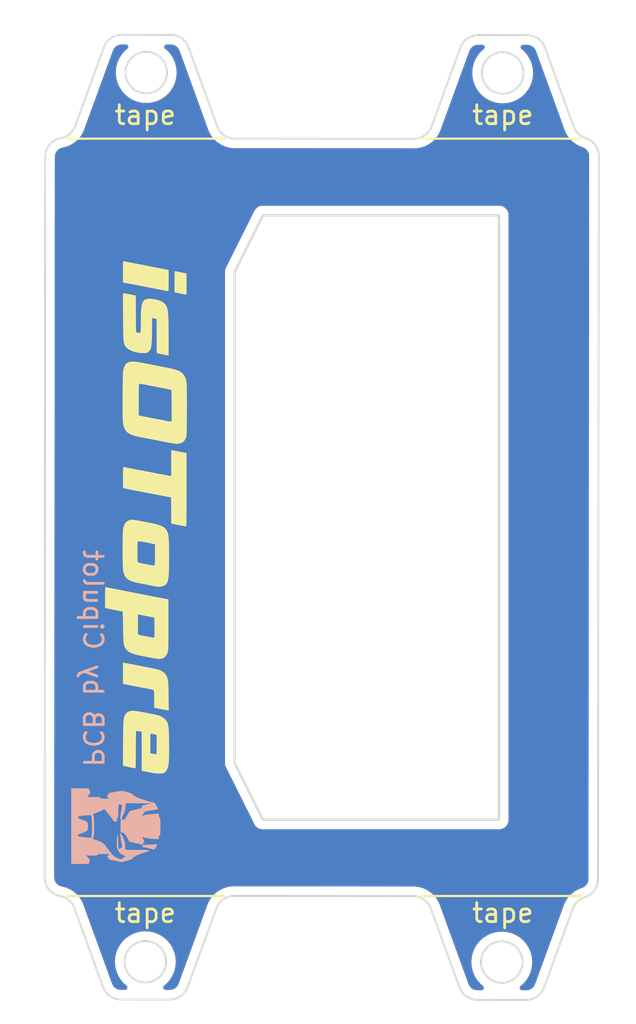
<source format=kicad_pcb>
(kicad_pcb (version 20211014) (generator pcbnew)
  (title_block (title "is0Topre") (date "2022-06-03") (rev "1") (company "Cipulot") (comment 2 "PCB by Cipulot"))
  (layers (0 "F.Cu" signal) (31 "B.Cu" signal) (34 "B.Paste" user) (35 "F.Paste" user) (36 "B.SilkS" user "B.Silkscreen") (37 "F.SilkS" user "F.Silkscreen") (38 "B.Mask" user) (39 "F.Mask" user) (44 "Edge.Cuts" user))
  (net 0 "")
  (footprint "cipulot_parts:plate_cut_wide_ecs_pad" (layer "F.Cu") (at 102.292291 59.689669 -90)
    (fp_text reference "REF**")
    (fp_text value "Value " hide)
    (fp_line (start 16 5.5) (end 13 7) (layer "Edge.Cuts") (width 0.12))
    (fp_line (start -16 5.5) (end -13 7) (layer "Edge.Cuts") (width 0.12))
    (fp_line (start 16 -7) (end 16 0) (layer "Edge.Cuts") (width 0.12))
    (fp_line (start -16 0) (end -16 -7) (layer "Edge.Cuts") (width 0.12))
    (fp_line (start -16 -7) (end 16 -7) (layer "Edge.Cuts") (width 0.12))
    (fp_line (start 16 0) (end 16 5.5) (layer "Edge.Cuts") (width 0.12))
    (fp_line (start -16 0) (end -16 5.5) (layer "Edge.Cuts") (width 0.12))
    (fp_line (start 13 7) (end -13 7) (layer "Edge.Cuts") (width 0.12))
  )
  (footprint "LOGO" (layer "F.Cu") (at 90.61364 59.689669 -90)
    (fp_text reference "G***" hide)
    (fp_text value "LOGO" hide)
    (fp_poly (pts (xy 2.357187 -1.210878) (xy 2.586178 -1.208756) (xy 2.77921 -1.204873) (xy 2.940325 -1.198931) (xy 3.073565 -1.190633) (xy 3.182973 -1.179679) (xy 3.272589 -1.165773) (xy 3.346457 -1.148617) (xy 3.408619 -1.127912) (xy 3.44682 -1.11139) (xy 3.546953 -1.040596) (xy 3.618796 -0.939009) (xy 3.660744 -0.810891) (xy 3.671193 -0.660506) (xy 3.659317 -0.546693) (xy 3.633601 -0.401423) (xy 3.603054 -0.239831) (xy 3.571719 -0.082821) (xy 3.54713 0.033045) (xy 3.532592 0.103416) (xy 3.515097 0.194417) (xy 3.50236 0.264354) (xy 3.457294 0.493296) (xy 3.408484 0.682345) (xy 3.352836 0.835663) (xy 3.287259 0.957411) (xy 3.208661 1.051752) (xy 3.113948 1.122847) (xy 3.000028 1.174856) (xy 2.863809 1.211943) (xy 2.787798 1.225959) (xy 2.717753 1.233424) (xy 2.610548 1.239734) (xy 2.472212 1.244895) (xy 2.308772 1.248913) (xy 2.126257 1.251794) (xy 1.930695 1.253543) (xy 1.728116 1.254166) (xy 1.524546 1.253671) (xy 1.326015 1.252061) (xy 1.13855 1.249344) (xy 0.968181 1.245525) (xy 0.820935 1.24061) (xy 0.702841 1.234605) (xy 0.619927 1.227516) (xy 0.594796 1.223806) (xy 0.433826 1.182506) (xy 0.310559 1.124484) (xy 0.220681 1.046274) (xy 0.159877 0.944408) (xy 0.130892 0.850999) (xy 0.124001 0.821389) (xy 0.118589 0.795951) (xy 0.115272 0.770245) (xy 0.114668 0.739833) (xy 0.117395 0.700276) (xy 0.12407 0.647137) (xy 0.135311 0.575977) (xy 0.151735 0.482358) (xy 0.164139 0.415094) (xy 1.261052 0.415094) (xy 1.263065 0.428057) (xy 1.271928 0.43895) (xy 1.292497 0.447326) (xy 1.329853 0.453504) (xy 1.389079 0.457801) (xy 1.475256 0.460535) (xy 1.593465 0.462024) (xy 1.748788 0.462584) (xy 1.815967 0.46262) (xy 1.984962 0.462388) (xy 2.115176 0.461449) (xy 2.211885 0.459442) (xy 2.280366 0.456002) (xy 2.325896 0.450765) (xy 2.35375 0.44337) (xy 2.369205 0.433451) (xy 2.375871 0.424068) (xy 2.388843 0.385882) (xy 2.406304 0.316549) (xy 2.425281 0.228347) (xy 2.433245 0.187251) (xy 2.454253 0.078452) (xy 2.476753 -0.032623) (xy 2.496601 -0.125626) (xy 2.500553 -0.143191) (xy 2.52737 -0.285208) (xy 2.536984 -0.39868) (xy 2.535726 -0.435082) (xy 2.524988 -0.444005) (xy 2.491791 -0.450924) (xy 2.432119 -0.456039) (xy 2.341954 -0.459548) (xy 2.217279 -0.461653) (xy 2.054079 -0.462552) (xy 1.982109 -0.462619) (xy 1.430826 -0.462619) (xy 1.412229 -0.413053) (xy 1.402403 -0.381521) (xy 1.389892 -0.330742) (xy 1.373732 -0.256044) (xy 1.352959 -0.152752) (xy 1.326609 -0.016195) (xy 1.293718 0.158302) (xy 1.287562 0.19124) (xy 1.272313 0.283755) (xy 1.263073 0.362271) (xy 1.261052 0.415094) (xy 0.164139 0.415094) (xy 0.17396 0.361841) (xy 0.202603 0.209987) (xy 0.238283 0.02236) (xy 0.267687 -0.132177) (xy 0.313641 -0.359724) (xy 0.358363 -0.547884) (xy 0.404026 -0.701197) (xy 0.4528 -0.824204) (xy 0.506858 -0.921445) (xy 0.56837 -0.997459) (xy 0.639509 -1.056788) (xy 0.722446 -1.103971) (xy 0.735347 -1.109968) (xy 0.792681 -1.133491) (xy 0.855044 -1.15319) (xy 0.926702 -1.169384) (xy 1.011921 -1.182394) (xy 1.114967 -1.192541) (xy 1.240105 -1.200145) (xy 1.391602 -1.205526) (xy 1.573723 -1.209003) (xy 1.790733 -1.210899) (xy 2.0469 -1.211532) (xy 2.088194 -1.211538)) (layer "F.SilkS") (width 0) (fill solid))
    (fp_poly (pts (xy 10.216572 -1.143092) (xy 10.208605 -1.103618) (xy 10.194245 -1.02982) (xy 10.175218 -0.930676) (xy 10.153253 -0.815168) (xy 10.141819 -0.754661) (xy 10.078491 -0.418862) (xy 9.624077 -0.418711) (xy 9.46436 -0.418587) (xy 9.34304 -0.417121) (xy 9.254455 -0.41249) (xy 9.192945 -0.402872) (xy 9.15285 -0.386446) (xy 9.128509 -0.361389) (xy 9.114261 -0.325878) (xy 9.104447 -0.278092) (xy 9.09958 -0.24987) (xy 9.087148 -0.181961) (xy 9.068846 -0.086051) (xy 9.047593 0.022689) (xy 9.034571 0.088118) (xy 9.012468 0.199543) (xy 8.991071 0.309505) (xy 8.973513 0.401806) (xy 8.966374 0.44059) (xy 8.95208 0.516773) (xy 8.932112 0.619059) (xy 8.909814 0.730424) (xy 8.899278 0.782047) (xy 8.878723 0.882997) (xy 8.860446 0.974516) (xy 8.84703 1.043575) (xy 8.842455 1.06843) (xy 8.830433 1.134735) (xy 8.820939 1.184085) (xy 8.810956 1.233652) (xy 7.682527 1.233652) (xy 7.695414 1.162056) (xy 7.725367 0.996201) (xy 7.749941 0.861729) (xy 7.771405 0.746634) (xy 7.792027 0.638908) (xy 7.814074 0.526546) (xy 7.839815 0.397539) (xy 7.840017 0.396531) (xy 7.862483 0.283329) (xy 7.884601 0.169866) (xy 7.903071 0.073154) (xy 7.91052 0.033045) (xy 7.933849 -0.089879) (xy 7.960177 -0.220523) (xy 7.987581 -0.350167) (xy 8.014136 -0.470093) (xy 8.03792 -0.571582) (xy 8.057008 -0.645916) (xy 8.068097 -0.681216) (xy 8.111438 -0.783336) (xy 8.14922 -0.856677) (xy 8.189479 -0.914369) (xy 8.240249 -0.969542) (xy 8.251006 -0.980104) (xy 8.32833 -1.043608) (xy 8.418357 -1.091288) (xy 8.50721 -1.123367) (xy 8.552132 -1.136977) (xy 8.595685 -1.148042) (xy 8.643099 -1.156904) (xy 8.699604 -1.163908) (xy 8.770429 -1.169396) (xy 8.860805 -1.173711) (xy 8.975962 -1.177197) (xy 9.121131 -1.180196) (xy 9.30154 -1.183052) (xy 9.448301 -1.185104) (xy 10.227998 -1.195725)) (layer "F.SilkS") (width 0) (fill solid))
    (fp_poly (pts (xy 12.374983 -1.211665) (xy 12.559708 -1.20943) (xy 12.727599 -1.205763) (xy 12.871893 -1.200643) (xy 12.985827 -1.194047) (xy 13.05708 -1.186795) (xy 13.230409 -1.149507) (xy 13.368489 -1.09339) (xy 13.469014 -1.019527) (xy 13.504077 -0.976868) (xy 13.529526 -0.935168) (xy 13.54555 -0.893845) (xy 13.554158 -0.841438) (xy 13.557361 -0.766488) (xy 13.55731 -0.673414) (xy 13.554587 -0.579201) (xy 13.547211 -0.483646) (xy 13.533982 -0.378931) (xy 13.513699 -0.257239) (xy 13.485161 -0.110753) (xy 13.447166 0.068343) (xy 13.43439 0.12667) (xy 13.408922 0.242325) (xy 11.351207 0.242325) (xy 11.322717 0.376576) (xy 11.308233 0.452793) (xy 11.305493 0.497495) (xy 11.314675 0.521683) (xy 11.325214 0.530445) (xy 11.353145 0.534564) (xy 11.420482 0.538404) (xy 11.522574 0.541873) (xy 11.654768 0.544876) (xy 11.812413 0.547321) (xy 11.990856 0.549114) (xy 12.185446 0.550162) (xy 12.319992 0.5504) (xy 12.521276 0.550759) (xy 12.708312 0.55165) (xy 12.876638 0.55301) (xy 13.021797 0.554778) (xy 13.139329 0.556892) (xy 13.224775 0.559289) (xy 13.273677 0.561908) (xy 13.283782 0.563799) (xy 13.279618 0.591047) (xy 13.268454 0.651444) (xy 13.25228 0.735005) (xy 13.233087 0.831748) (xy 13.212864 0.931689) (xy 13.193602 1.024845) (xy 13.177293 1.101231) (xy 13.171096 1.129012) (xy 13.14721 1.233652) (xy 12.097499 1.230263) (xy 11.878041 1.22922) (xy 11.665121 1.227574) (xy 11.464224 1.225412) (xy 11.280836 1.222821) (xy 11.12044 1.219886) (xy 10.988522 1.216694) (xy 10.890567 1.213332) (xy 10.838508 1.210436) (xy 10.690897 1.195353) (xy 10.578878 1.17522) (xy 10.494093 1.148083) (xy 10.433767 1.115792) (xy 10.354565 1.053439) (xy 10.29603 0.982691) (xy 10.257214 0.898175) (xy 10.237167 0.794515) (xy 10.234941 0.666337) (xy 10.249587 0.508266) (xy 10.280155 0.314926) (xy 10.286365 0.280876) (xy 10.304228 0.18416) (xy 10.323026 0.082135) (xy 10.331038 0.038552) (xy 10.349636 -0.058709) (xy 10.372886 -0.174358) (xy 10.382427 -0.220295) (xy 11.449197 -0.220295) (xy 12.480672 -0.220295) (xy 12.507726 -0.362907) (xy 12.521633 -0.439457) (xy 12.531396 -0.499379) (xy 12.534779 -0.528128) (xy 12.512922 -0.536333) (xy 12.447972 -0.542736) (xy 12.34086 -0.547296) (xy 12.192515 -0.549973) (xy 12.027556 -0.550737) (xy 11.520332 -0.550737) (xy 11.497224 -0.490156) (xy 11.480294 -0.430335) (xy 11.465464 -0.35274) (xy 11.461657 -0.324935) (xy 11.449197 -0.220295) (xy 10.382427 -0.220295) (xy 10.398632 -0.298313) (xy 10.424716 -0.420486) (xy 10.448983 -0.530794) (xy 10.469276 -0.61915) (xy 10.483438 -0.67547) (xy 10.484525 -0.679263) (xy 10.531751 -0.791883) (xy 10.603438 -0.9047) (xy 10.69026 -1.006485) (xy 10.782887 -1.086014) (xy 10.856182 -1.12657) (xy 10.9054 -1.140881) (xy 10.983569 -1.158434) (xy 11.076058 -1.176026) (xy 11.102862 -1.180577) (xy 11.178752 -1.189023) (xy 11.29192 -1.196209) (xy 11.435602 -1.202114) (xy 11.603033 -1.206716) (xy 11.787451 -1.209994) (xy 11.982091 -1.211925) (xy 12.18019 -1.21249)) (layer "F.SilkS") (width 0) (fill solid))
    (fp_poly (pts (xy -1.125079 -2.136825) (xy -0.828487 -2.136686) (xy -0.570605 -2.136388) (xy -0.34876 -2.135879) (xy -0.160278 -2.135106) (xy -0.002484 -2.134016) (xy 0.127295 -2.132555) (xy 0.231733 -2.13067) (xy 0.313506 -2.128308) (xy 0.375286 -2.125417) (xy 0.419748 -2.121943) (xy 0.449565 -2.117832) (xy 0.467413 -2.113032) (xy 0.475964 -2.10749) (xy 0.477894 -2.101152) (xy 0.477391 -2.098308) (xy 0.468291 -2.057251) (xy 0.454734 -1.988539) (xy 0.44139 -1.916565) (xy 0.424445 -1.825273) (xy 0.407227 -1.736994) (xy 0.396531 -1.685256) (xy 0.381644 -1.613987) (xy 0.363383 -1.523146) (xy 0.350934 -1.459453) (xy 0.324422 -1.321769) (xy -0.367188 -1.321769) (xy -0.569957 -1.321378) (xy -0.732324 -1.32011) (xy -0.857943 -1.31782) (xy -0.950463 -1.314364) (xy -1.013536 -1.3096) (xy -1.050815 -1.303383) (xy -1.065951 -1.29557) (xy -1.066542 -1.294232) (xy -1.073879 -1.259787) (xy -1.085773 -1.195546) (xy -1.099694 -1.115197) (xy -1.100149 -1.112489) (xy -1.119071 -1.005744) (xy -1.141099 -0.890118) (xy -1.156358 -0.815091) (xy -1.173307 -0.732545) (xy -1.195071 -0.622909) (xy -1.218453 -0.502417) (xy -1.234402 -0.41856) (xy -1.259178 -0.287554) (xy -1.288151 -0.135249) (xy -1.317138 0.016398) (xy -1.335148 0.110148) (xy -1.358082 0.229961) (xy -1.380427 0.348034) (xy -1.399505 0.450143) (xy -1.411858 0.517693) (xy -1.442145 0.681852) (xy -1.470839 0.8251) (xy -1.502523 0.970149) (xy -1.508361 0.995855) (xy -1.525603 1.077809) (xy -1.537754 1.147751) (xy -1.542064 1.188613) (xy -1.543311 1.202223) (xy -1.550371 1.212772) (xy -1.568218 1.22065) (xy -1.601828 1.226247) (xy -1.656178 1.229953) (xy -1.736243 1.232156) (xy -1.846999 1.233247) (xy -1.993421 1.233615) (xy -2.117188 1.233652) (xy -2.292124 1.233417) (xy -2.427708 1.232521) (xy -2.528643 1.230678) (xy -2.599633 1.2276) (xy -2.645382 1.223002) (xy -2.670595 1.216596) (xy -2.679975 1.208096) (xy -2.679171 1.199408) (xy -2.668755 1.160281) (xy -2.655056 1.093473) (xy -2.643613 1.028679) (xy -2.626259 0.931245) (xy -2.604318 0.818953) (xy -2.587273 0.737988) (xy -2.566166 0.638968) (xy -2.545585 0.53743) (xy -2.532356 0.468127) (xy -2.515246 0.373911) (xy -2.496483 0.270647) (xy -2.489332 0.23131) (xy -2.47183 0.134897) (xy -2.453282 0.032493) (xy -2.446412 -0.005507) (xy -2.432578 -0.07898) (xy -2.413003 -0.178989) (xy -2.390958 -0.288943) (xy -2.380237 -0.341457) (xy -2.347699 -0.501755) (xy -2.32124 -0.637544) (xy -2.297369 -0.76732) (xy -2.2726 -0.90958) (xy -2.268063 -0.936253) (xy -2.251916 -1.024215) (xy -2.235265 -1.103485) (xy -2.222426 -1.154328) (xy -2.20784 -1.219717) (xy -2.202949 -1.269983) (xy -2.202949 -1.321769) (xy -3.570773 -1.321769) (xy -3.556986 -1.40438) (xy -3.547316 -1.45803) (xy -3.531153 -1.543194) (xy -3.510743 -1.648201) (xy -3.488328 -1.76138) (xy -3.488133 -1.762359) (xy -3.466327 -1.871498) (xy -3.446965 -1.968576) (xy -3.432072 -2.043431) (xy -3.423671 -2.085903) (xy -3.423399 -2.087294) (xy -3.413731 -2.13686) (xy -1.463057 -2.13686)) (layer "F.SilkS") (width 0) (fill solid))
    (fp_poly (pts (xy -5.831761 -2.155195) (xy -5.647678 -2.154413) (xy -5.37374 -2.152928) (xy -5.140262 -2.151522) (xy -4.943649 -2.150053) (xy -4.780302 -2.148382) (xy -4.646625 -2.146368) (xy -4.53902 -2.14387) (xy -4.45389 -2.140746) (xy -4.387639 -2.136857) (xy -4.336668 -2.132062) (xy -4.29738 -2.126219) (xy -4.266179 -2.119189) (xy -4.239467 -2.110829) (xy -4.213647 -2.101) (xy -4.206185 -2.098005) (xy -4.127546 -2.05989) (xy -4.05726 -2.015049) (xy -4.025298 -1.987785) (xy -3.957345 -1.887122) (xy -3.914912 -1.75852) (xy -3.899723 -1.61112) (xy -3.9135 -1.454063) (xy -3.919259 -1.425149) (xy -3.933496 -1.354078) (xy -3.950575 -1.261166) (xy -3.964774 -1.178577) (xy -3.978026 -1.099844) (xy -3.990929 -1.027435) (xy -4.005626 -0.950234) (xy -4.024262 -0.857124) (xy -4.048981 -0.736988) (xy -4.062504 -0.671899) (xy -4.080275 -0.584196) (xy -4.102714 -0.470132) (xy -4.126507 -0.346675) (xy -4.142081 -0.264354) (xy -4.187803 -0.022645) (xy -4.227251 0.180032) (xy -4.261554 0.348075) (xy -4.29184 0.485885) (xy -4.319237 0.597862) (xy -4.344874 0.688406) (xy -4.369879 0.761916) (xy -4.395381 0.822793) (xy -4.422507 0.875437) (xy -4.443271 0.910067) (xy -4.486205 0.975515) (xy -4.522541 1.020199) (xy -4.567135 1.059864) (xy -4.626192 1.103986) (xy -4.704733 1.150834) (xy -4.800796 1.187371) (xy -4.92442 1.216875) (xy -5.022723 1.233596) (xy -5.081089 1.238863) (xy -5.177993 1.243317) (xy -5.308298 1.246976) (xy -5.466866 1.249859) (xy -5.64856 1.251981) (xy -5.848242 1.253362) (xy -6.060775 1.254018) (xy -6.281021 1.253967) (xy -6.503843 1.253228) (xy -6.724103 1.251817) (xy -6.936664 1.249752) (xy -7.136388 1.247051) (xy -7.318138 1.243732) (xy -7.476776 1.239812) (xy -7.607166 1.235309) (xy -7.704168 1.230241) (xy -7.762646 1.224624) (xy -7.765394 1.224171) (xy -7.921417 1.188068) (xy -8.045698 1.137338) (xy -8.139843 1.068572) (xy -8.205458 0.978362) (xy -8.244147 0.863298) (xy -8.257515 0.719972) (xy -8.247168 0.544976) (xy -8.21986 0.36823) (xy -7.080399 0.36823) (xy -7.07941 0.37947) (xy -7.055747 0.383316) (xy -6.992927 0.386858) (xy -6.89585 0.389998) (xy -6.769417 0.392635) (xy -6.618529 0.394668) (xy -6.448085 0.395999) (xy -6.262988 0.396526) (xy -6.243514 0.396531) (xy -5.418163 0.396531) (xy -5.397113 0.341165) (xy -5.381659 0.288382) (xy -5.364591 0.212327) (xy -5.354769 0.159421) (xy -5.34065 0.080674) (xy -5.320778 -0.023754) (xy -5.298501 -0.136432) (xy -5.288159 -0.18725) (xy -5.256112 -0.344996) (xy -5.229761 -0.480023) (xy -5.205263 -0.612627) (xy -5.178774 -0.763104) (xy -5.175499 -0.782047) (xy -5.156861 -0.880082) (xy -5.135342 -0.978914) (xy -5.118847 -1.044891) (xy -5.100401 -1.131799) (xy -5.089807 -1.220815) (xy -5.088812 -1.248664) (xy -5.088812 -1.343798) (xy -5.913617 -1.343798) (xy -6.099915 -1.343319) (xy -6.272097 -1.341953) (xy -6.425254 -1.339809) (xy -6.554476 -1.336996) (xy -6.654853 -1.333625) (xy -6.721474 -1.329803) (xy -6.749431 -1.32564) (xy -6.749908 -1.325216) (xy -6.759343 -1.295755) (xy -6.775007 -1.231589) (xy -6.795068 -1.141328) (xy -6.817693 -1.03358) (xy -6.841047 -0.916955) (xy -6.8633 -0.800063) (xy -6.872584 -0.749002) (xy -6.889378 -0.657703) (xy -6.906391 -0.56942) (xy -6.916923 -0.517693) (xy -6.953627 -0.341981) (xy -6.98752 -0.173607) (xy -7.017617 -0.017997) (xy -7.042937 0.11942) (xy -7.062496 0.233215) (xy -7.075311 0.317961) (xy -7.080399 0.36823) (xy -8.21986 0.36823) (xy -8.214711 0.334901) (xy -8.205814 0.288911) (xy -8.182149 0.1688) (xy -8.159212 0.050513) (xy -8.139708 -0.051884) (xy -8.12691 -0.121162) (xy -8.107057 -0.229725) (xy -8.086149 -0.338551) (xy -8.061334 -0.462157) (xy -8.031685 -0.605811) (xy -8.013971 -0.693543) (xy -7.991696 -0.807646) (xy -7.968147 -0.931137) (xy -7.952797 -1.013356) (xy -7.913277 -1.211598) (xy -7.871702 -1.391496) (xy -7.829733 -1.546994) (xy -7.789033 -1.672036) (xy -7.751265 -1.760565) (xy -7.744199 -1.773374) (xy -7.642124 -1.912007) (xy -7.515845 -2.017208) (xy -7.362038 -2.09099) (xy -7.177378 -2.135367) (xy -7.13811 -2.140692) (xy -7.083815 -2.144454) (xy -6.989768 -2.147738) (xy -6.860274 -2.150505) (xy -6.699637 -2.152715) (xy -6.512163 -2.154329) (xy -6.302156 -2.155307) (xy -6.07392 -2.155609)) (layer "F.SilkS") (width 0) (fill solid))
    (fp_poly (pts (xy 5.672593 -1.177219) (xy 5.952068 -1.176851) (xy 6.191051 -1.176292) (xy 6.393112 -1.175442) (xy 6.561819 -1.174202) (xy 6.700739 -1.172473) (xy 6.81344 -1.170157) (xy 6.903491 -1.167154) (xy 6.97446 -1.163366) (xy 7.029915 -1.158693) (xy 7.073424 -1.153038) (xy 7.108555 -1.1463) (xy 7.138876 -1.138381) (xy 7.145519 -1.136389) (xy 7.270981 -1.081972) (xy 7.372795 -1.005594) (xy 7.442959 -0.914123) (xy 7.464269 -0.862906) (xy 7.478093 -0.810596) (xy 7.486802 -0.75795) (xy 7.489837 -0.699232) (xy 7.486638 -0.628707) (xy 7.476644 -0.540638) (xy 7.459296 -0.429292) (xy 7.434033 -0.288931) (xy 7.400297 -0.113821) (xy 7.382176 -0.022029) (xy 7.360065 0.08945) (xy 7.338244 0.199457) (xy 7.319932 0.291771) (xy 7.312259 0.330443) (xy 7.265562 0.538854) (xy 7.214755 0.708614) (xy 7.157124 0.845108) (xy 7.089958 0.953722) (xy 7.010547 1.039842) (xy 6.92221 1.105159) (xy 6.876455 1.131575) (xy 6.8293 1.153471) (xy 6.776097 1.171353) (xy 6.712198 1.185725) (xy 6.632957 1.197094) (xy 6.533725 1.205964) (xy 6.409853 1.21284) (xy 6.256696 1.218229) (xy 6.069604 1.222636) (xy 5.84393 1.226565) (xy 5.799263 1.227255) (xy 5.614035 1.230449) (xy 5.443429 1.234113) (xy 5.292277 1.238087) (xy 5.165411 1.242212) (xy 5.067663 1.24633) (xy 5.003865 1.250282) (xy 4.978849 1.253909) (xy 4.978665 1.25422) (xy 4.974457 1.281374) (xy 4.962916 1.343486) (xy 4.945662 1.432373) (xy 4.924315 1.539854) (xy 4.900496 1.657747) (xy 4.875826 1.77787) (xy 4.858374 1.861492) (xy 4.839581 1.95301) (xy 4.82251 2.039843) (xy 4.81173 2.098309) (xy 4.797525 2.18092) (xy 4.236741 2.18092) (xy 4.065399 2.180795) (xy 3.933212 2.180172) (xy 3.835272 2.178675) (xy 3.766675 2.175927) (xy 3.722515 2.171553) (xy 3.697887 2.165178) (xy 3.687885 2.156426) (xy 3.687604 2.14492) (xy 3.689263 2.138992) (xy 3.700212 2.094798) (xy 3.714472 2.024857) (xy 3.724762 1.968264) (xy 3.740774 1.876733) (xy 3.756977 1.787635) (xy 3.775454 1.689997) (xy 3.798285 1.572843) (xy 3.827555 1.425203) (xy 3.832804 1.398873) (xy 3.862448 1.249673) (xy 3.895075 1.084454) (xy 3.929333 0.910152) (xy 3.963873 0.733703) (xy 3.997343 0.562044) (xy 4.020921 0.44059) (xy 5.128095 0.44059) (xy 5.659663 0.44059) (xy 5.825964 0.440507) (xy 5.953572 0.439935) (xy 6.047855 0.438392) (xy 6.114178 0.435395) (xy 6.157909 0.430461) (xy 6.184413 0.423107) (xy 6.199057 0.41285) (xy 6.207208 0.399207) (xy 6.210503 0.391024) (xy 6.223808 0.34447) (xy 6.239998 0.270529) (xy 6.255216 0.187251) (xy 6.271271 0.094016) (xy 6.287802 0.004456) (xy 6.299771 -0.055073) (xy 6.31562 -0.128242) (xy 6.33519 -0.218721) (xy 6.346394 -0.270577) (xy 6.360743 -0.359711) (xy 6.357376 -0.411132) (xy 6.352173 -0.419692) (xy 6.32292 -0.426676) (xy 6.253242 -0.43188) (xy 6.14674 -0.435198) (xy 6.007016 -0.436523) (xy 5.837671 -0.435751) (xy 5.814268 -0.435498) (xy 5.298092 -0.429575) (xy 5.284309 -0.341457) (xy 5.272988 -0.276531) (xy 5.255841 -0.186574) (xy 5.23632 -0.089625) (xy 5.233716 -0.077103) (xy 5.213143 0.023841) (xy 5.193479 0.124433) (xy 5.178723 0.204173) (xy 5.177832 0.20928) (xy 5.16331 0.28752) (xy 5.148711 0.357618) (xy 5.143426 0.380009) (xy 5.128095 0.44059) (xy 4.020921 0.44059) (xy 4.028392 0.402109) (xy 4.05567 0.260835) (xy 4.077825 0.145157) (xy 4.093508 0.062013) (xy 4.098816 0.033045) (xy 4.115491 -0.056542) (xy 4.132713 -0.143811) (xy 4.141842 -0.18725) (xy 4.160751 -0.277249) (xy 4.184435 -0.395473) (xy 4.209947 -0.526768) (xy 4.234339 -0.655983) (xy 4.25326 -0.760017) (xy 4.269901 -0.849634) (xy 4.287338 -0.936924) (xy 4.296704 -0.980312) (xy 4.311386 -1.051973) (xy 4.321731 -1.114953) (xy 4.322769 -1.123504) (xy 4.328795 -1.178577)) (layer "F.SilkS") (width 0) (fill solid))
    (fp_poly (pts (xy -8.593516 -1.084952) (xy -8.606254 -1.015508) (xy -8.625308 -0.919708) (xy -8.647334 -0.814186) (xy -8.656314 -0.772586) (xy -8.675719 -0.682984) (xy -8.690975 -0.611239) (xy -8.700036 -0.567046) (xy -8.701648 -0.557798) (xy -8.722908 -0.556275) (xy -8.783617 -0.554864) (xy -8.879161 -0.553602) (xy -9.004929 -0.552526) (xy -9.15631 -0.551671) (xy -9.328691 -0.551073) (xy -9.517463 -0.550768) (xy -9.602702 -0.550737) (xy -10.503756 -0.550737) (xy -10.52794 -0.481361) (xy -10.545284 -0.415825) (xy -10.552125 -0.360199) (xy -10.552125 -0.308413) (xy -9.949817 -0.308413) (xy -9.688232 -0.306672) (xy -9.46761 -0.301301) (xy -9.284985 -0.292073) (xy -9.137392 -0.278763) (xy -9.021866 -0.261145) (xy -8.935442 -0.238994) (xy -8.909347 -0.229229) (xy -8.850982 -0.193315) (xy -8.789432 -0.138658) (xy -8.769811 -0.116714) (xy -8.734273 -0.069756) (xy -8.713808 -0.02681) (xy -8.704318 0.026977) (xy -8.701706 0.106459) (xy -8.701648 0.130363) (xy -8.712478 0.326989) (xy -8.743328 0.516253) (xy -8.791739 0.691762) (xy -8.855248 0.847125) (xy -8.931397 0.975951) (xy -9.017724 1.071849) (xy -9.080617 1.1148) (xy -9.121854 1.135742) (xy -9.160783 1.153615) (xy -9.201157 1.168697) (xy -9.246728 1.181263) (xy -9.301251 1.19159) (xy -9.368478 1.199956) (xy -9.452161 1.206636) (xy -9.556053 1.211906) (xy -9.683909 1.216044) (xy -9.839479 1.219326) (xy -10.026518 1.222028) (xy -10.248778 1.224427) (xy -10.510011 1.226799) (xy -10.612706 1.227686) (xy -10.880969 1.229918) (xy -11.108498 1.231586) (xy -11.298611 1.232623) (xy -11.454631 1.232961) (xy -11.579877 1.232533) (xy -11.677671 1.231272) (xy -11.751333 1.22911) (xy -11.804184 1.22598) (xy -11.839544 1.221815) (xy -11.860735 1.216547) (xy -11.871077 1.210109) (xy -11.873891 1.202434) (xy -11.873894 1.202119) (xy -11.869808 1.16334) (xy -11.859056 1.095571) (xy -11.8439 1.012967) (xy -11.842718 1.006921) (xy -11.821706 0.898903) (xy -11.799121 0.781287) (xy -11.783648 0.699663) (xy -11.755753 0.55119) (xy -10.78591 0.545456) (xy -9.816066 0.539723) (xy -9.787904 0.442439) (xy -9.775299 0.397687) (xy -9.769274 0.362426) (xy -9.774198 0.335527) (xy -9.794439 0.315857) (xy -9.834367 0.302287) (xy -9.898351 0.293685) (xy -9.990759 0.288922) (xy -10.115962 0.286865) (xy -10.278328 0.286385) (xy -10.390888 0.286384) (xy -10.640016 0.284665) (xy -10.849234 0.279023) (xy -11.022579 0.268726) (xy -11.164085 0.253042) (xy -11.277785 0.23124) (xy -11.367716 0.20259) (xy -11.437911 0.16636) (xy -11.492406 0.121818) (xy -11.526835 0.080517) (xy -11.566516 -0.009408) (xy -11.583609 -0.133881) (xy -11.578 -0.289556) (xy -11.549574 -0.473083) (xy -11.546295 -0.488942) (xy -11.501345 -0.664816) (xy -11.446848 -0.804214) (xy -11.379318 -0.914299) (xy -11.297463 -1.000367) (xy -11.250795 -1.036756) (xy -11.199619 -1.068181) (xy -11.140521 -1.095001) (xy -11.070089 -1.117572) (xy -10.984908 -1.136254) (xy -10.881566 -1.151404) (xy -10.75665 -1.16338) (xy -10.606746 -1.172541) (xy -10.428441 -1.179244) (xy -10.218322 -1.183848) (xy -9.972975 -1.186711) (xy -9.688988 -1.18819) (xy -9.503507 -1.188557) (xy -8.576051 -1.189592)) (layer "F.SilkS") (width 0) (fill solid))
    (fp_poly (pts (xy -11.807805 -2.082102) (xy -11.812917 -2.02559) (xy -11.825626 -1.952948) (xy -11.829989 -1.933403) (xy -11.845597 -1.864394) (xy -11.865706 -1.771579) (xy -11.886119 -1.674343) (xy -11.887274 -1.668733) (xy -11.922376 -1.498005) (xy -13.044156 -1.498005) (xy -13.030008 -1.602645) (xy -13.017263 -1.681805) (xy -13.002335 -1.754371) (xy -12.997494 -1.773374) (xy -12.984025 -1.829766) (xy -12.967229 -1.910843) (xy -12.952724 -1.988161) (xy -12.926321 -2.13686) (xy -11.807805 -2.13686)) (layer "F.SilkS") (width 0) (fill solid))
    (fp_poly (pts (xy -12.361511 -1.188759) (xy -12.212323 -1.186329) (xy -12.098315 -1.182404) (xy -12.022145 -1.177087) (xy -11.986473 -1.170481) (xy -11.984041 -1.16801) (xy -11.988154 -1.135638) (xy -11.999317 -1.069541) (xy -12.015764 -0.979163) (xy -12.035732 -0.873949) (xy -12.057455 -0.763341) (xy -12.079169 -0.656784) (xy -12.082921 -0.638855) (xy -12.10428 -0.533385) (xy -12.126565 -0.417441) (xy -12.138452 -0.352472) (xy -12.15563 -0.258435) (xy -12.173482 -0.164884) (xy -12.18444 -0.110147) (xy -12.201186 -0.027494) (xy -12.223722 0.086419) (xy -12.250157 0.221762) (xy -12.278599 0.368703) (xy -12.307157 0.517413) (xy -12.333941 0.658061) (xy -12.35706 0.780817) (xy -12.374623 0.875851) (xy -12.381488 0.914224) (xy -12.398363 1.006166) (xy -12.415688 1.093288) (xy -12.4284 1.151041) (xy -12.448359 1.233652) (xy -13.009262 1.233652) (xy -13.191638 1.233115) (xy -13.333592 1.23139) (xy -13.438746 1.228307) (xy -13.510725 1.223693) (xy -13.553153 1.217378) (xy -13.569654 1.209191) (xy -13.570165 1.207154) (xy -13.566027 1.177845) (xy -13.554542 1.112824) (xy -13.537103 1.01956) (xy -13.515104 0.905523) (xy -13.493116 0.794101) (xy -13.466154 0.658039) (xy -13.440414 0.526707) (xy -13.417899 0.410431) (xy -13.400612 0.319536) (xy -13.392485 0.275369) (xy -13.375872 0.185775) (xy -13.35869 0.0985) (xy -13.349572 0.055074) (xy -13.331124 -0.032717) (xy -13.307774 -0.149154) (xy -13.282389 -0.279514) (xy -13.257839 -0.409075) (xy -13.23796 -0.517693) (xy -13.212994 -0.656044) (xy -13.192441 -0.765783) (xy -13.173398 -0.861746) (xy -13.15296 -0.958769) (xy -13.139874 -1.018864) (xy -13.102397 -1.189592) (xy -12.543219 -1.189592)) (layer "F.SilkS") (width 0) (fill solid))
  )
  (footprint "cipulot_parts:IronMan_small" (layer "B.Cu") (at 89.05875 76.04125 90)
    (fp_text reference "G***" hide)
    (fp_text value "LOGO" hide)
    (fp_poly (pts (xy -0.961677 2.109707) (xy -0.955522 2.06341) (xy -0.96107 1.988827) (xy -0.967446 1.906658) (xy -0.973209 1.797837) (xy -0.977536 1.679541) (xy -0.979064 1.613276) (xy -0.981433 1.508076) (xy -0.985436 1.438437) (xy -0.992881 1.396091) (xy -1.005575 1.372769) (xy -1.025327 1.360201) (xy -1.035201 1.356475) (xy -1.07482 1.345163) (xy -1.08725 1.345492) (xy -1.091707 1.368077) (xy -1.103681 1.424056) (xy -1.12108 1.503946) (xy -1.14181 1.598269) (xy -1.163777 1.697541) (xy -1.184887 1.792283) (xy -1.203047 1.873012) (xy -1.216163 1.930249) (xy -1.21931 1.943539) (xy -1.218254 1.976485) (xy -1.192383 2.008663) (xy -1.133905 2.04894) (xy -1.118569 2.058178) (xy -1.036877 2.104307) (xy -0.986688 2.122411) (xy -0.961677 2.109707)) (layer "B.SilkS") (width 0.01) (fill solid))
    (fp_poly (pts (xy 0.150865 2.300618) (xy 0.264966 2.298787) (xy 0.345413 2.295152) (xy 0.398506 2.289234) (xy 0.430547 2.280555) (xy 0.447837 2.268638) (xy 0.449354 2.266795) (xy 0.487649 2.242686) (xy 0.551565 2.223725) (xy 0.575956 2.219748) (xy 0.676064 2.207027) (xy 0.662745 2.08423) (xy 0.654944 2.004833) (xy 0.645765 1.900322) (xy 0.636822 1.789324) (xy 0.634107 1.753236) (xy 0.622574 1.647196) (xy 0.605044 1.54419) (xy 0.584645 1.461396) (xy 0.576924 1.439141) (xy 0.555375 1.380107) (xy 0.552697 1.350223) (xy 0.574044 1.348222) (xy 0.624567 1.372835) (xy 0.690168 1.411261) (xy 0.765347 1.47139) (xy 0.795422 1.527645) (xy 0.803289 1.568887) (xy 0.815927 1.639744) (xy 0.831712 1.730608) (xy 0.849018 1.831868) (xy 0.866221 1.933913) (xy 0.881696 2.027135) (xy 0.893818 2.101922) (xy 0.900963 2.148664) (xy 0.902186 2.159147) (xy 0.919668 2.170272) (xy 0.970459 2.154555) (xy 1.052071 2.112928) (xy 1.098816 2.085612) (xy 1.237614 2.002011) (xy 1.291721 1.784483) (xy 1.320865 1.677445) (xy 1.360504 1.54569) (xy 1.405484 1.40575) (xy 1.450653 1.274157) (xy 1.451748 1.271096) (xy 1.500403 1.140135) (xy 1.541742 1.042054) (xy 1.580516 0.967418) (xy 1.621476 0.906794) (xy 1.656128 0.865248) (xy 1.704905 0.806108) (xy 1.741238 0.747543) (xy 1.771236 0.6767) (xy 1.801003 0.580722) (xy 1.814179 0.532545) (xy 1.840702 0.431418) (xy 1.858524 0.35179) (xy 1.86767 0.283035) (xy 1.868166 0.214525) (xy 1.860037 0.135633) (xy 1.843309 0.035732) (xy 1.818008 -0.095805) (xy 1.815718 -0.107482) (xy 1.794721 -0.214866) (xy 1.777149 -0.305349) (xy 1.764542 -0.370955) (xy 1.758439 -0.403706) (xy 1.758105 -0.405907) (xy 1.740672 -0.419526) (xy 1.696209 -0.449086) (xy 1.663557 -0.469845) (xy 1.606206 -0.504129) (xy 1.573396 -0.515436) (xy 1.55169 -0.505823) (xy 1.537061 -0.489194) (xy 1.511356 -0.450414) (xy 1.504379 -0.431537) (xy 1.489125 -0.423604) (xy 1.48051 -0.427351) (xy 1.469836 -0.45415) (xy 1.461853 -0.513459) (xy 1.457896 -0.593978) (xy 1.457693 -0.620405) (xy 1.460598 -0.740593) (xy 1.468497 -0.826247) (xy 1.480889 -0.874673) (xy 1.497271 -0.883177) (xy 1.505019 -0.874508) (xy 1.521161 -0.868538) (xy 1.533962 -0.901683) (xy 1.542969 -0.969309) (xy 1.547727 -1.066787) (xy 1.54778 -1.189484) (xy 1.545022 -1.281905) (xy 1.54152 -1.407043) (xy 1.54302 -1.491148) (xy 1.54966 -1.536776) (xy 1.559342 -1.547232) (xy 1.591145 -1.532906) (xy 1.645324 -1.500369) (xy 1.684828 -1.47405) (xy 1.785048 -1.404738) (xy 2.001002 -1.48507) (xy 2.007245 -1.947885) (xy 2.013488 -2.410699) (xy -1.989435 -2.410699) (xy -1.989435 -1.49437) (xy -1.884753 -1.460579) (xy -1.78007 -1.426787) (xy -1.664217 -1.524265) (xy -1.604477 -1.573475) (xy -1.559546 -1.608514) (xy -1.539255 -1.621743) (xy -1.536832 -1.60121) (xy -1.536654 -1.545025) (xy -1.538598 -1.461309) (xy -1.541761 -1.378643) (xy -0.617779 -1.378643) (xy -0.616111 -1.41661) (xy -0.61535 -1.42034) (xy -0.608459 -1.465071) (xy -0.598977 -1.542344) (xy -0.588192 -1.641022) (xy -0.578118 -1.742278) (xy -0.566149 -1.865809) (xy -0.556207 -1.952287) (xy -0.546222 -2.00832) (xy -0.534123 -2.040513) (xy -0.51784 -2.055473) (xy -0.495303 -2.059805) (xy -0.47853 -2.060052) (xy -0.451673 -2.056027) (xy -0.430069 -2.0388) (xy -0.409198 -2.000646) (xy -0.384537 -1.933837) (xy -0.35991 -1.857334) (xy -0.316628 -1.736453) (xy -0.272622 -1.644715) (xy -0.236339 -1.594349) (xy -0.201682 -1.563413) (xy -0.165364 -1.545348) (xy -0.113982 -1.536742) (xy -0.034135 -1.534181) (xy 0.000295 -1.534081) (xy 0.093166 -1.535582) (xy 0.152879 -1.542132) (xy 0.192496 -1.556801) (xy 0.225076 -1.582661) (xy 0.230717 -1.588252) (xy 0.263939 -1.637598) (xy 0.301472 -1.718989) (xy 0.338431 -1.821512) (xy 0.345982 -1.845758) (xy 0.377471 -1.943914) (xy 0.402828 -2.006597) (xy 0.425847 -2.041144) (xy 0.450319 -2.054892) (xy 0.454468 -2.05563) (xy 0.504238 -2.048433) (xy 0.525802 -2.033715) (xy 0.539058 -1.998925) (xy 0.552245 -1.931383) (xy 0.564602 -1.84072) (xy 0.575369 -1.736566) (xy 0.583785 -1.628553) (xy 0.585843 -1.58887) (xy 1.526776 -1.58887) (xy 1.538342 -1.599827) (xy 1.549909 -1.58887) (xy 1.538342 -1.577912) (xy 1.526776 -1.58887) (xy 0.585843 -1.58887) (xy 0.58909 -1.52631) (xy 0.590522 -1.439469) (xy 0.58732 -1.377661) (xy 0.579713 -1.351263) (xy 0.547593 -1.342045) (xy 0.477298 -1.334089) (xy 0.376901 -1.327501) (xy 0.254479 -1.322389) (xy 0.118104 -1.318859) (xy -0.024148 -1.317019) (xy -0.164203 -1.316975) (xy -0.293986 -1.318835) (xy -0.405424 -1.322706) (xy -0.490441 -1.328694) (xy -0.539375 -1.336439) (xy -0.595819 -1.355915) (xy -0.617779 -1.378643) (xy -1.541761 -1.378643) (xy -1.542544 -1.358185) (xy -1.54352 -1.336842) (xy -1.548397 -1.219092) (xy -1.549685 -1.138423) (xy -1.546878 -1.088186) (xy -1.53947 -1.061727) (xy -1.526956 -1.052396) (xy -1.521847 -1.051941) (xy -1.495758 -1.032246) (xy -1.476567 -0.972511) (xy -1.464118 -0.87176) (xy -1.458258 -0.729018) (xy -1.457731 -0.648926) (xy -1.461178 -0.527551) (xy -1.470852 -0.447054) (xy -1.486508 -0.408137) (xy -1.507903 -0.411501) (xy -1.5289 -0.444931) (xy -1.548523 -0.48143) (xy -1.569361 -0.499107) (xy -1.599871 -0.496419) (xy -1.648506 -0.471824) (xy -1.72372 -0.423778) (xy -1.753715 -0.403908) (xy -1.760218 -0.381873) (xy -1.773435 -0.32423) (xy -1.791746 -0.238481) (xy -1.813528 -0.13213) (xy -1.826339 -0.067891) (xy -1.891786 0.263362) (xy -1.827037 0.505808) (xy -1.797251 0.60797) (xy -1.766396 0.698126) (xy -1.738466 0.7654) (xy -1.72043 0.796) (xy -1.676353 0.845058) (xy -1.623556 0.902299) (xy -1.616817 0.909491) (xy -1.583336 0.958995) (xy -1.541525 1.041487) (xy -1.495082 1.147628) (xy -1.447706 1.268082) (xy -1.403097 1.393512) (xy -1.364952 1.514582) (xy -1.340231 1.6077) (xy -1.322558 1.677128) (xy -1.308821 1.709897) (xy -1.294625 1.71246) (xy -1.279633 1.696651) (xy -1.270101 1.674064) (xy -1.262624 1.631062) (xy -1.257009 1.56348) (xy -1.253059 1.467155) (xy -1.250579 1.337924) (xy -1.249373 1.171623) (xy -1.24918 1.047753) (xy -1.24918 0.438309) (xy -1.051891 0.438309) (xy -0.94689 0.436346) (xy -0.870152 0.428098) (xy -0.803767 0.410023) (xy -0.729822 0.378578) (xy -0.715543 0.371807) (xy -0.641148 0.340207) (xy -0.580923 0.32182) (xy -0.548489 0.320532) (xy -0.532629 0.324878) (xy -0.537204 0.318239) (xy -0.528912 0.299229) (xy -0.488689 0.271307) (xy -0.462022 0.257647) (xy -0.398208 0.222064) (xy -0.372298 0.194508) (xy -0.386177 0.178268) (xy -0.414859 0.175324) (xy -0.453213 0.179045) (xy -0.526028 0.189033) (xy -0.622285 0.203524) (xy -0.730961 0.220755) (xy -0.841037 0.238964) (xy -0.941491 0.256387) (xy -1.021302 0.27126) (xy -1.045602 0.276234) (xy -1.09102 0.279096) (xy -1.125007 0.2576) (xy -1.155398 0.21602) (xy -1.185648 0.166048) (xy -1.20193 0.133381) (xy -1.202828 0.129532) (xy -1.180296 0.104223) (xy -1.113077 0.08514) (xy -1.002307 0.07245) (xy -0.849121 0.066323) (xy -0.773866 0.065746) (xy -0.659928 0.06443) (xy -0.564712 0.060821) (xy -0.496662 0.055431) (xy -0.46422 0.048773) (xy -0.46266 0.046884) (xy -0.484633 0.032459) (xy -0.545945 0.019858) (xy -0.639684 0.009804) (xy -0.758935 0.003018) (xy -0.896788 0.000222) (xy -0.909801 0.000191) (xy -1.012687 0.001478) (xy -1.086615 0.008086) (xy -1.148864 0.023785) (xy -1.216711 0.052347) (xy -1.270802 0.078995) (xy -1.353587 0.122997) (xy -1.408478 0.161905) (xy -1.449388 0.209317) (xy -1.49023 0.278834) (xy -1.506084 0.30898) (xy -1.544833 0.380635) (xy -1.576477 0.433922) (xy -1.595238 0.459235) (xy -1.596993 0.460098) (xy -1.612534 0.442032) (xy -1.641789 0.394372) (xy -1.678648 0.327127) (xy -1.681509 0.32165) (xy -1.753639 0.183075) (xy -1.673812 0.009354) (xy -1.610197 -0.111677) (xy -1.546236 -0.196263) (xy -1.508777 -0.230112) (xy -1.444439 -0.280759) (xy -1.365039 -0.344624) (xy -1.304063 -0.394478) (xy -1.216831 -0.463732) (xy -1.119211 -0.53726) (xy -1.059441 -0.580123) (xy -0.954256 -0.668224) (xy -0.867858 -0.776026) (xy -0.795104 -0.911445) (xy -0.730849 -1.082397) (xy -0.72868 -1.089155) (xy -0.664301 -1.290734) (xy -0.575968 -1.248042) (xy -0.542377 -1.233707) (xy -0.504478 -1.222985) (xy -0.45536 -1.215376) (xy -0.388115 -1.210382) (xy -0.295833 -1.207505) (xy -0.171605 -1.206246) (xy -0.00852 -1.206106) (xy 0.004862 -1.206126) (xy 0.180167 -1.207068) (xy 0.314827 -1.209488) (xy 0.414445 -1.213714) (xy 0.484625 -1.220073) (xy 0.530971 -1.22889) (xy 0.555191 -1.238223) (xy 0.605344 -1.261457) (xy 0.636942 -1.270319) (xy 0.653314 -1.251048) (xy 0.678063 -1.198537) (xy 0.707269 -1.121803) (xy 0.726154 -1.065198) (xy 0.762507 -0.962998) (xy 0.804092 -0.865092) (xy 0.843993 -0.787192) (xy 0.858838 -0.763861) (xy 0.926229 -0.668421) (xy 0.824521 -0.580759) (xy 0.738717 -0.508725) (xy 0.643003 -0.431447) (xy 0.545987 -0.355541) (xy 0.456283 -0.287618) (xy 0.3825 -0.234293) (xy 0.333249 -0.202179) (xy 0.327684 -0.199177) (xy 0.271696 -0.149665) (xy 0.2459 -0.082271) (xy 0.249046 -0.039169) (xy 0.275062 -0.009339) (xy 0.335655 -0.000002) (xy 0.336976 0) (xy 0.395528 0.008677) (xy 0.431678 0.029843) (xy 0.432594 0.03126) (xy 0.451093 0.044733) (xy 0.49241 0.054463) (xy 0.562927 0.061149) (xy 0.669026 0.065488) (xy 0.763388 0.067432) (xy 0.925874 0.072386) (xy 1.045495 0.081784) (xy 1.125467 0.096166) (xy 1.169007 0.116069) (xy 1.179781 0.137108) (xy 1.168922 0.168486) (xy 1.14246 0.217494) (xy 1.139299 0.222635) (xy 1.106607 0.265705) (xy 1.070196 0.278781) (xy 1.01785 0.272397) (xy 0.822554 0.236066) (xy 0.66816 0.208835) (xy 0.550361 0.19048) (xy 0.464854 0.180776) (xy 0.407333 0.179498) (xy 0.373492 0.186422) (xy 0.359028 0.201322) (xy 0.359634 0.223973) (xy 0.364291 0.238262) (xy 0.369741 0.260284) (xy 0.353203 0.252799) (xy 0.331746 0.235591) (xy 0.305721 0.219505) (xy 0.267777 0.208537) (xy 0.209593 0.201778) (xy 0.122846 0.198319) (xy -0.000786 0.19725) (xy -0.019171 0.197239) (xy -0.143622 0.197756) (xy -0.229059 0.199913) (xy -0.282731 0.204616) (xy -0.311883 0.212772) (xy -0.323764 0.225289) (xy -0.325632 0.235591) (xy -0.336971 0.327636) (xy -0.359695 0.387369) (xy -0.36649 0.392215) (xy 0.325749 0.392215) (xy 0.363789 0.316642) (xy 0.389969 0.268227) (xy 0.407464 0.242395) (xy 0.409574 0.24107) (xy 0.432159 0.250275) (xy 0.486922 0.275107) (xy 0.564766 0.311391) (xy 0.627123 0.340895) (xy 0.733225 0.389328) (xy 0.81633 0.420489) (xy 0.893446 0.439122) (xy 0.981579 0.449975) (xy 1.031488 0.453727) (xy 1.226047 0.466735) (xy 1.222158 1.18121) (xy 1.22097 1.348455) (xy 1.219372 1.496654) (xy 1.217457 1.621476) (xy 1.215314 1.718592) (xy 1.213034 1.783671) (xy 1.210708 1.812385) (xy 1.209046 1.808024) (xy 1.198102 1.747033) (xy 1.18244 1.704991) (xy 1.178235 1.699543) (xy 1.164014 1.665392) (xy 1.156852 1.608186) (xy 1.156648 1.596738) (xy 1.150994 1.539866) (xy 1.137039 1.504227) (xy 1.133515 1.501208) (xy 1.116138 1.471293) (xy 1.110028 1.428689) (xy 1.098405 1.357164) (xy 1.065109 1.323444) (xy 1.020625 1.32505) (xy 0.97555 1.326489) (xy 0.962139 1.310959) (xy 0.949421 1.26568) (xy 0.93136 1.195042) (xy 0.911116 1.112243) (xy 0.891849 1.030482) (xy 0.876721 0.962958) (xy 0.86889 0.922868) (xy 0.868543 0.920063) (xy 0.85677 0.875872) (xy 0.851141 0.865108) (xy 0.837943 0.830755) (xy 0.823236 0.773289) (xy 0.820296 0.759125) (xy 0.801642 0.701393) (xy 0.764894 0.658419) (xy 0.700678 0.616841) (xy 0.624687 0.572986) (xy 0.53263 0.518426) (xy 0.461749 0.475529) (xy 0.325749 0.392215) (xy -0.36649 0.392215) (xy -0.391631 0.410142) (xy -0.406224 0.407961) (xy -0.43056 0.405616) (xy -0.429707 0.413716) (xy -0.43165 0.436893) (xy -0.465116 0.469404) (xy -0.533632 0.513862) (xy -0.640724 0.572881) (xy -0.653507 0.579588) (xy -0.727404 0.619178) (xy -0.782415 0.650461) (xy -0.808703 0.667792) (xy -0.809654 0.669165) (xy -0.814562 0.69213) (xy -0.828109 0.750345) (xy -0.84853 0.836352) (xy -0.874059 0.942693) (xy -0.890619 1.011199) (xy -0.918387 1.126798) (xy -0.942048 1.227246) (xy -0.959824 1.30483) (xy -0.969935 1.351835) (xy -0.971585 1.361996) (xy -0.951372 1.376512) (xy -0.901517 1.390953) (xy -0.889232 1.393323) (xy -0.831039 1.411126) (xy -0.818224 1.435882) (xy -0.818655 1.437031) (xy -0.814546 1.455661) (xy -0.776213 1.44607) (xy -0.704554 1.408564) (xy -0.664603 1.384479) (xy -0.61043 1.354088) (xy -0.574127 1.339632) (xy -0.567222 1.340055) (xy -0.568202 1.364326) (xy -0.580874 1.417971) (xy -0.599607 1.480233) (xy -0.622321 1.574709) (xy -0.641398 1.704192) (xy -0.655634 1.859919) (xy -0.658874 1.912123) (xy -0.675596 2.21346) (xy -0.592034 2.21346) (xy -0.508177 2.229172) (xy -0.468859 2.257291) (xy -0.451993 2.272801) (xy -0.429025 2.284158) (xy -0.393137 2.292005) (xy -0.337512 2.296983) (xy -0.255331 2.299733) (xy -0.139778 2.300898) (xy -0.003193 2.301122) (xy 0.150865 2.300618)) (layer "B.SilkS") (width 0.01) (fill solid))
    (fp_poly (pts (xy -0.882627 1.45947) (xy -0.857793 1.437403) (xy -0.862887 1.424717) (xy -0.866121 1.424504) (xy -0.885688 1.44007) (xy -0.892828 1.449806) (xy -0.895555 1.464802) (xy -0.882627 1.45947)) (layer "B.SilkS") (width 0.01) (fill solid))
  )
  (gr_line (start 94.74875 79.73125) (end 86.39875 79.73125) (layer "F.SilkS") (width 0.12))
  (gr_line (start 105.24875 79.73125) (end 113.64875 79.73125) (layer "F.SilkS") (width 0.12))
  (gr_line (start 94.79875 39.63125) (end 86.39875 39.63125) (layer "F.SilkS") (width 0.12))
  (gr_line (start 105.29875 39.63125) (end 113.64875 39.63125) (layer "F.SilkS") (width 0.12))
  (gr_arc (start 107.25199 34.80563) (mid 107.618574 34.328844) (end 108.192331 34.148576) (layer "Edge.Cuts") (width 0.1))
  (gr_arc (start 111.681904 84.574061) (mid 111.315317 85.05084) (end 110.741563 85.231114) (layer "Edge.Cuts") (width 0.1))
  (gr_line (start 110.741563 85.231114) (end 108.141979 85.228552) (layer "Edge.Cuts") (width 0.1))
  (gr_arc (start 108.141979 85.228552) (mid 107.568598 85.047126) (end 107.202936 84.569646) (layer "Edge.Cuts") (width 0.1))
  (gr_line (start 94.328732 80.382913) (end 92.805392 84.555454) (layer "Edge.Cuts") (width 0.1))
  (gr_arc (start 113.205244 80.40152) (mid 113.452816 80.022409) (end 113.84218 79.791291) (layer "Edge.Cuts") (width 0.1))
  (gr_line (start 114.577503 40.550627) (end 114.539761 78.839102) (layer "Edge.Cuts") (width 0.1))
  (gr_circle (center 90.567231 83.211227) (end 91.667231 83.211227) (layer "Edge.Cuts") (width 0.1) (fill none))
  (gr_circle (center 90.61364 36.131249) (end 91.71364 36.131249) (layer "Edge.Cuts") (width 0.1) (fill none))
  (gr_line (start 92.854446 34.791437) (end 94.369558 38.966973) (layer "Edge.Cuts") (width 0.1))
  (gr_line (start 111.730958 34.810045) (end 113.246069 38.985581) (layer "Edge.Cuts") (width 0.1))
  (gr_arc (start 91.915403 34.132532) (mid 92.488779 34.31396) (end 92.854446 34.791437) (layer "Edge.Cuts") (width 0.1))
  (gr_arc (start 114.539761 78.839102) (mid 114.34643 79.429077) (end 113.84218 79.791291) (layer "Edge.Cuts") (width 0.1))
  (gr_arc (start 85.26756 40.583913) (mid 85.500603 39.943172) (end 86.090171 39.600758) (layer "Edge.Cuts") (width 0.1))
  (gr_arc (start 86.050612 79.732807) (mid 85.461688 79.38923) (end 85.22994 78.748032) (layer "Edge.Cuts") (width 0.1))
  (gr_arc (start 105.72865 38.97817) (mid 105.362075 39.454969) (end 104.788309 39.635224) (layer "Edge.Cuts") (width 0.1))
  (gr_line (start 95.308601 39.625879) (end 104.788309 39.635224) (layer "Edge.Cuts") (width 0.1))
  (gr_arc (start 104.748781 79.735204) (mid 105.322191 79.916612) (end 105.687824 80.39411) (layer "Edge.Cuts") (width 0.1))
  (gr_line (start 104.748781 79.735204) (end 95.269073 79.72586) (layer "Edge.Cuts") (width 0.1))
  (gr_arc (start 89.265467 85.209944) (mid 88.692093 85.028513) (end 88.326424 84.551038) (layer "Edge.Cuts") (width 0.1))
  (gr_line (start 89.315819 34.129969) (end 91.915403 34.132532) (layer "Edge.Cuts") (width 0.1))
  (gr_circle (center 109.490151 36.149857) (end 110.590151 36.149857) (layer "Edge.Cuts") (width 0.1) (fill none))
  (gr_arc (start 94.328732 80.382913) (mid 94.695322 79.906151) (end 95.269073 79.72586) (layer "Edge.Cuts") (width 0.1))
  (gr_line (start 108.192331 34.148576) (end 110.791915 34.151139) (layer "Edge.Cuts") (width 0.1))
  (gr_arc (start 86.852138 38.959563) (mid 86.556639 39.381741) (end 86.090171 39.600758) (layer "Edge.Cuts") (width 0.1))
  (gr_circle (center 109.443742 83.229834) (end 110.543742 83.229834) (layer "Edge.Cuts") (width 0.1) (fill none))
  (gr_line (start 113.205244 80.40152) (end 111.681904 84.574061) (layer "Edge.Cuts") (width 0.1))
  (gr_line (start 105.72865 38.97817) (end 107.25199 34.80563) (layer "Edge.Cuts") (width 0.1))
  (gr_line (start 85.22994 78.748032) (end 85.26756 40.583913) (layer "Edge.Cuts") (width 0.1))
  (gr_arc (start 113.881801 39.597064) (mid 113.492867 39.365208) (end 113.246069 38.985581) (layer "Edge.Cuts") (width 0.1))
  (gr_line (start 91.865051 85.212507) (end 89.265467 85.209944) (layer "Edge.Cuts") (width 0.1))
  (gr_arc (start 86.050612 79.732807) (mid 86.516655 79.952728) (end 86.811313 80.375503) (layer "Edge.Cuts") (width 0.1))
  (gr_arc (start 95.308601 39.625879) (mid 94.735205 39.444464) (end 94.369558 38.966973) (layer "Edge.Cuts") (width 0.1))
  (gr_arc (start 92.805392 84.555454) (mid 92.438805 85.032231) (end 91.865051 85.212507) (layer "Edge.Cuts") (width 0.1))
  (gr_line (start 86.852138 38.959563) (end 88.375478 34.787022) (layer "Edge.Cuts") (width 0.1))
  (gr_line (start 107.202936 84.569646) (end 105.687824 80.39411) (layer "Edge.Cuts") (width 0.1))
  (gr_line (start 88.326424 84.551038) (end 86.811313 80.375503) (layer "Edge.Cuts") (width 0.1))
  (gr_arc (start 110.791915 34.151139) (mid 111.36533 34.332534) (end 111.730958 34.810045) (layer "Edge.Cuts") (width 0.1))
  (gr_arc (start 88.375478 34.787022) (mid 88.742071 34.310274) (end 89.315819 34.129969) (layer "Edge.Cuts") (width 0.1))
  (gr_arc (start 113.881801 39.597064) (mid 114.385313 39.96027) (end 114.577503 40.550627) (layer "Edge.Cuts") (width 0.1))
  (gr_text "PCB by Cipulot" (at 87.78875 67.15125 270) (layer "B.SilkS") (effects (font (size 1 1)) (justify mirror)))
  (gr_text "tape\n" (at 90.567231 38.38125) (layer "F.SilkS") (effects (font (size 1 1))))
  (gr_text "tape\n" (at 90.567231 80.63125) (layer "F.SilkS") (effects (font (size 1 1))))
  (gr_text "tape\n" (at 109.49875 80.63125) (layer "F.SilkS") (effects (font (size 1 1))))
  (gr_text "tape\n" (at 109.49875 38.38125) (layer "F.SilkS") (effects (font (size 1 1))))
  (zone (net 0) (net_name "") (layers F&B.Cu) (connect_pads (clearance 0.508)) (min_thickness 0.254) (fill yes (thermal_gap 0.508) (thermal_bridge_width 0.508))
    (polygon (pts (xy 116.56994 32.288032) (xy 82.86994 32.288032) (xy 82.86994 86.518032) (xy 116.56994 86.518032)))
  )
)
</source>
